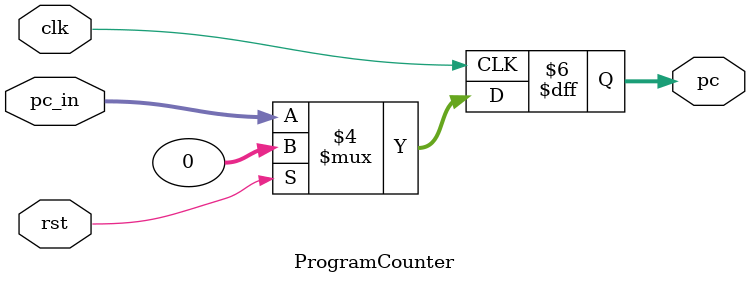
<source format=sv>
`timescale 1ns / 1ps
/*
----------------------------------------------------------------------------------
-- Company: NUS	
-- Engineer: (c) Rajesh Panicker  
-- 
-- Create Date: 09/22/2020 06:49:10 PM
-- Module Name: ProgramCounter
-- Project Name: CG3207 Project
-- Target Devices: Nexys 4 / Basys 3
-- Tool Versions: Vivado 2019.2
-- Description: RISC-V Processor Program Counter Module
-- 
-- Dependencies: NIL
-- 
-- Revision:
-- Revision 0.01 - File Created
-- Additional Comments: Interface and implementation can be modified.
-- 
----------------------------------------------------------------------------------

----------------------------------------------------------------------------------
--	License terms :
--	You are free to use this code as long as you
--		(i) DO NOT post it on any public repository;
--		(ii) use it only for educational purposes;
--		(iii) accept the responsibility to ensure that your implementation does not violate anyone's intellectual property.
--		(iv) accept that the program is provided "as is" without warranty of any kind or assurance regarding its suitability for any particular purpose;
--		(v) send an email to rajesh<dot>panicker<at>ieee.org briefly mentioning its use (except when used for the course CG3207 at the National University of Singapore);
--		(vi) retain this notice in this file as well as any files derived from this.
----------------------------------------------------------------------------------
*/

module ProgramCounter(
    input clk,
    input rst,
    input [31:0] pc_in,
    output reg [31:0] pc  
    );
    
    //Perhaps pass the default PC value as a parameter from Wrapper. For future.
    // V2: Initialization for PC.
    initial begin 
        pc <= 32'h00000000; // Should be the same as IROM_BASE in Wrapper.v, 
        					//  and the .txt starting address in RARS Memory Configuration.
        					// RARS default = 32'h00400000. It is 32'h00000000 for compact memory configuration with .text at 0
    end
    
    always @(posedge clk) begin
        if(rst)
            pc <= 32'h00000000; // Should be the same as the initial value above.
        else 
            pc <= pc_in ;        
    end
    
endmodule
</source>
